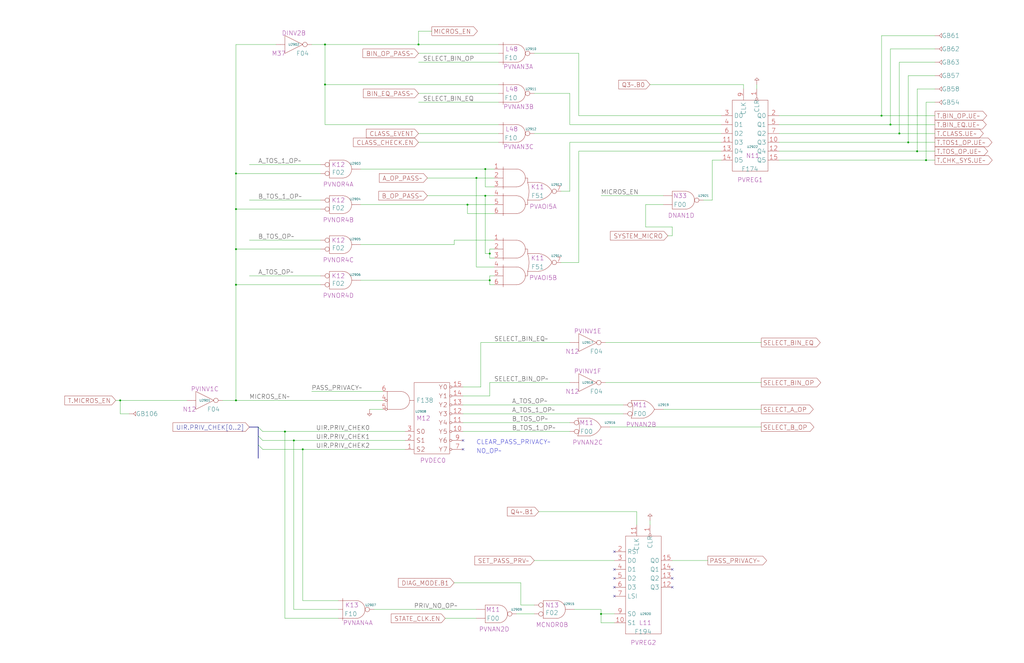
<source format=kicad_sch>
(kicad_sch (version 20220126) (generator eeschema)
  (paper "User" 584.2 378.46)
  (title_block (title "PRIVACY CHECK LOGIC") (date "15-MAR-90") (rev "1.0") (comment 1 "TYPE") (comment 2 "232-003062") (comment 3 "S400") (comment 4 "RELEASED"))
  (lib_symbols
    (symbol "r1000:F00" (pin_numbers hide) (pin_names hide)
      (property "Reference" "U" (at 15.24 0 0))
      (property "Value" "F00" (at 1.905 -5.08 0))
      (property "Location" "___" (at 1.905 0 0))
      (property "Name" "______" (at 2.54 -12.7 0))
      (symbol "F00_0_1"
        (polyline (pts (xy -2.54 -7.62) (xy 5.08 -7.62)) (stroke (width 0.1524)))
        (polyline (pts (xy -2.54 2.54) (xy -2.54 -7.62)) (stroke (width 0.1524)))
        (polyline (pts (xy -2.54 2.54) (xy 5.08 2.54)) (stroke (width 0.1524)))
        (arc (start 5.08 -7.62) (mid 10.1282 -2.54) (end 5.08 2.54) (stroke (width 0.1524)))
        (circle (center 11.43 -2.54) (radius 1.27) (stroke (width 0.1524)))
      )
      (symbol "F00_0_2"
        (circle (center -3.81 -5.08) (radius 1.27) (stroke (width 0.1524)))
        (circle (center -3.81 0) (radius 1.27) (stroke (width 0.1524)))
        (arc (start -3.175 -7.62) (mid -2.134 -2.54) (end -3.175 2.54) (stroke (width 0.1524)))
        (polyline (pts (xy -3.175 -7.62) (xy 3.81 -7.62)) (stroke (width 0.1524)))
        (polyline (pts (xy -3.175 2.54) (xy 3.81 2.54)) (stroke (width 0.1524)))
        (arc (start 3.81 -7.62) (mid 7.5855 -5.8306) (end 10.16 -2.54) (stroke (width 0.1524)))
        (arc (start 10.16 -2.54) (mid 7.5827 0.7471) (end 3.81 2.54) (stroke (width 0.1524)))
      )
      (symbol "F00_1_1"
        (pin input line (at -7.62 0 0) (length 5.08) (name "D0") (number "1"))
        (pin input line (at -7.62 -5.08 0) (length 5.08) (name "D1") (number "2"))
        (pin output line (at 15.24 -2.54 180) (length 2.54) (name "Q") (number "3"))
      )
      (symbol "F00_1_2"
        (pin input line (at -7.62 0 0) (length 2.54) (name "D0") (number "1"))
        (pin input line (at -7.62 -5.08 0) (length 2.54) (name "D1") (number "2"))
        (pin output line (at 15.24 -2.54 180) (length 5.08) (name "Q") (number "3"))
      )
    )
    (symbol "r1000:F02" (pin_numbers hide) (pin_names hide)
      (property "Reference" "U" (at 12.16 0.635 0))
      (property "Value" "F02" (at -1.27 -4.445 0))
      (property "Location" "___" (at 2.54 0 0))
      (property "Name" "______" (at 2.54 -12.7 0))
      (symbol "F02_0_1"
        (arc (start -3.81 -7.62) (mid -2.9847 -2.54) (end -3.81 2.54) (stroke (width 0.1524)))
        (polyline (pts (xy -5.08 -5.08) (xy -3.175 -5.08)) (stroke (width 0.1524)))
        (polyline (pts (xy -5.08 0) (xy -3.175 0)) (stroke (width 0.1524)))
        (polyline (pts (xy -3.81 -7.62) (xy 2.54 -7.62)) (stroke (width 0.1524)))
        (polyline (pts (xy -3.81 2.54) (xy 2.54 2.54)) (stroke (width 0.1524)))
        (polyline (pts (xy 13.97 -2.54) (xy 12.7 -2.54)) (stroke (width 0.1524)))
        (arc (start 2.54 -7.62) (mid 6.9515 -5.9823) (end 10.16 -2.54) (stroke (width 0.1524)))
        (arc (start 10.16 -2.54) (mid 6.9478 0.8966) (end 2.54 2.54) (stroke (width 0.1524)))
        (circle (center 11.43 -2.54) (radius 1.27) (stroke (width 0.1524)))
      )
      (symbol "F02_0_2"
        (circle (center -3.81 -5.08) (radius 1.27) (stroke (width 0.1524)))
        (circle (center -3.81 0) (radius 1.27) (stroke (width 0.1524)))
        (polyline (pts (xy -2.54 -7.62) (xy 5.08 -7.62)) (stroke (width 0.1524)))
        (polyline (pts (xy -2.54 2.54) (xy -2.54 -7.62)) (stroke (width 0.1524)))
        (polyline (pts (xy -2.54 2.54) (xy 5.08 2.54)) (stroke (width 0.1524)))
        (polyline (pts (xy 11.43 -2.54) (xy 10.16 -2.54)) (stroke (width 0.1524)))
        (polyline (pts (xy 11.43 -2.54) (xy 12.7 -2.54)) (stroke (width 0.1524)))
        (arc (start 5.08 -7.62) (mid 10.1282 -2.54) (end 5.08 2.54) (stroke (width 0.1524)))
      )
      (symbol "F02_1_1"
        (pin input line (at -7.62 0 0) (length 2.54) (name "D0") (number "1"))
        (pin input line (at -7.62 -5.08 0) (length 2.54) (name "D1") (number "2"))
        (pin output line (at 15.24 -2.54 180) (length 1.27) (name "Q") (number "3"))
      )
      (symbol "F02_1_2"
        (pin input line (at -7.62 0 0) (length 2.54) (name "D0") (number "1"))
        (pin input line (at -7.62 -5.08 0) (length 2.54) (name "D1") (number "2"))
        (pin output line (at 15.24 -2.54 180) (length 2.54) (name "Q") (number "3"))
      )
    )
    (symbol "r1000:F04" (pin_numbers hide) (pin_names hide)
      (property "Reference" "U" (at 0 0 0))
      (property "Value" "F04" (at 1.27 -5.08 0))
      (property "Location" "___" (at -12.7 -5.08 0))
      (property "Name" "______" (at 0 5.08 0))
      (symbol "F04_0_1"
        (polyline (pts (xy -7.62 0) (xy -5.08 0)) (stroke (width 0.1524)))
        (polyline (pts (xy -5.08 5.08) (xy -5.08 -5.08)) (stroke (width 0.1524)))
        (polyline (pts (xy 5.08 0) (xy -5.08 -5.08)) (stroke (width 0.1524)))
        (polyline (pts (xy 5.08 0) (xy -5.08 5.08)) (stroke (width 0.1524)))
        (circle (center 6.35 0) (radius 1.27) (stroke (width 0.1524)))
      )
      (symbol "F04_1_1"
        (pin input line (at -10.16 0 0) (length 2.54) (name "D0") (number "1"))
        (pin output line (at 10.16 0 180) (length 2.54) (name "Q") (number "2"))
      )
    )
    (symbol "r1000:F10" (pin_numbers hide) (pin_names hide)
      (property "Reference" "U" (at 13.335 0 0))
      (property "Value" "F10" (at 5.715 -5.08 0))
      (property "Location" "___" (at -1.27 0 0))
      (property "Name" "______" (at -2.54 -10.16 0))
      (symbol "F10_0_1"
        (polyline (pts (xy -2.54 -7.62) (xy 5.08 -7.62)) (stroke (width 0.1524)))
        (polyline (pts (xy -2.54 2.54) (xy 5.08 2.54)) (stroke (width 0.1524)))
        (polyline (pts (xy -2.54 3.81) (xy -2.54 -8.89)) (stroke (width 0.1524)))
        (arc (start 5.08 -7.62) (mid 10.1282 -2.54) (end 5.08 2.54) (stroke (width 0.1524)))
        (circle (center 11.43 -2.54) (radius 1.27) (stroke (width 0.1524)))
      )
      (symbol "F10_0_2"
        (circle (center -3.81 -7.62) (radius 1.27) (stroke (width 0.1524)))
        (circle (center -3.81 2.54) (radius 1.27) (stroke (width 0.1524)))
        (circle (center -3.175 -2.54) (radius 1.27) (stroke (width 0.1524)))
        (arc (start -2.54 -7.62) (mid -1.8195 -2.54) (end -2.54 2.54) (stroke (width 0.1524)))
        (polyline (pts (xy -4.445 -2.54) (xy -5.08 -2.54)) (stroke (width 0.1524)))
        (polyline (pts (xy -2.54 -7.62) (xy 5.08 -7.62)) (stroke (width 0.1524)))
        (polyline (pts (xy -2.54 2.54) (xy 5.08 2.54)) (stroke (width 0.1524)))
        (polyline (pts (xy 10.795 -2.54) (xy 12.7 -2.54)) (stroke (width 0.1524)))
        (arc (start 5.08 -7.62) (mid 8.4845 -5.6954) (end 10.795 -2.54) (stroke (width 0.1524)))
        (arc (start 10.795 -2.54) (mid 8.4807 0.6111) (end 5.08 2.54) (stroke (width 0.1524)))
      )
      (symbol "F10_1_1"
        (pin input line (at -5.08 2.54 0) (length 2.54) (name "D0") (number "1"))
        (pin input line (at -5.08 -2.54 0) (length 2.54) (name "D1") (number "2"))
        (pin input line (at -5.08 -7.62 0) (length 2.54) (name "D2") (number "3"))
        (pin output line (at 15.24 -2.54 180) (length 2.54) (name "Q") (number "4"))
      )
      (symbol "F10_1_2"
        (pin input line (at -5.08 2.54 0) (length 0) (name "D0") (number "1"))
        (pin input line (at -5.08 -2.54 0) (length 0) (name "D1") (number "2"))
        (pin input line (at -5.08 -7.62 0) (length 0) (name "D2") (number "3"))
        (pin output line (at 15.24 -2.54 180) (length 2.54) (name "Q") (number "4"))
      )
    )
    (symbol "r1000:F138" (pin_names (offset 1.016) hide)
      (property "Reference" "U" (at 1.27 3.81 0))
      (property "Value" "F138" (at -1.27 10.16 0))
      (property "Location" "___" (at -1.27 0 0))
      (property "Name" "______" (at 8.255 -24.13 0))
      (symbol "F138_0_0"
        (arc (start -10.16 5.08) (mid -6.5679 6.5679) (end -5.08 10.16) (stroke (width 0.1524)))
        (arc (start -5.08 10.16) (mid -6.5679 13.7521) (end -10.16 15.24) (stroke (width 0.1524)))
        (polyline (pts (xy -17.78 5.08) (xy -10.16 5.08)) (stroke (width 0.1524)))
        (polyline (pts (xy -17.78 15.24) (xy -10.16 15.24)) (stroke (width 0.1524)))
      )
      (symbol "F138_0_1"
        (circle (center -18.415 5.08) (radius 0.635) (stroke (width 0.1524)))
        (circle (center -18.415 10.16) (radius 0.635) (stroke (width 0.1524)))
        (rectangle (start -2.54 20.32) (end 17.78 -20.32) (stroke (width 0.1524)))
        (polyline (pts (xy -19.05 15.24) (xy -17.78 15.24)) (stroke (width 0.1524)))
        (polyline (pts (xy -17.78 15.24) (xy -17.78 5.08)) (stroke (width 0.1524)))
        (polyline (pts (xy -2.54 10.16) (xy -5.08 10.16)) (stroke (width 0.1524)))
      )
      (symbol "F138_1_1"
        (circle (center 18.415 -17.78) (radius 0.635))
        (circle (center 18.415 -12.7) (radius 0.635))
        (circle (center 18.415 -7.62) (radius 0.635))
        (circle (center 18.415 -2.54) (radius 0.635))
        (circle (center 18.415 2.54) (radius 0.635))
        (circle (center 18.415 7.62) (radius 0.635))
        (circle (center 18.415 12.7) (radius 0.635))
        (circle (center 18.415 17.78) (radius 0.635))
        (text "0" (at 2.54 -7.62 0) (effects (font (size 2.54 2.54))))
        (text "0" (at 15.24 17.78 0) (effects (font (size 2.54 2.54))))
        (text "1" (at 2.54 -12.7 0) (effects (font (size 2.54 2.54))))
        (text "1" (at 15.24 12.7 0) (effects (font (size 2.54 2.54))))
        (text "2" (at 2.54 -17.78 0) (effects (font (size 2.54 2.54))))
        (text "2" (at 15.24 7.62 0) (effects (font (size 2.54 2.54))))
        (text "3" (at 15.24 2.54 0) (effects (font (size 2.54 2.54))))
        (text "4" (at 15.24 -2.54 0) (effects (font (size 2.54 2.54))))
        (text "5" (at 15.24 -7.62 0) (effects (font (size 2.54 2.54))))
        (text "6" (at 15.24 -12.7 0) (effects (font (size 2.54 2.54))))
        (text "7" (at 15.24 -17.78 0) (effects (font (size 2.54 2.54))))
        (text "S" (at 0 -17.78 0) (effects (font (size 2.54 2.54))))
        (text "S" (at 0 -12.7 0) (effects (font (size 2.54 2.54))))
        (text "S" (at 0 -7.62 0) (effects (font (size 2.54 2.54))))
        (text "Y" (at 12.7 -17.78 0) (effects (font (size 2.54 2.54))))
        (text "Y" (at 12.7 -12.7 0) (effects (font (size 2.54 2.54))))
        (text "Y" (at 12.7 -7.62 0) (effects (font (size 2.54 2.54))))
        (text "Y" (at 12.7 -2.54 0) (effects (font (size 2.54 2.54))))
        (text "Y" (at 12.7 2.54 0) (effects (font (size 2.54 2.54))))
        (text "Y" (at 12.7 7.62 0) (effects (font (size 2.54 2.54))))
        (text "Y" (at 12.7 12.7 0) (effects (font (size 2.54 2.54))))
        (text "Y" (at 12.7 17.78 0) (effects (font (size 2.54 2.54))))
        (pin input line (at -7.62 -17.78 0) (length 5.08) (name "S2") (number "1"))
        (pin output line (at 25.4 -7.62 180) (length 6.35) (name "Y5_") (number "10"))
        (pin output line (at 25.4 -2.54 180) (length 6.35) (name "Y4_") (number "11"))
        (pin output line (at 25.4 2.54 180) (length 6.35) (name "Y3_") (number "12"))
        (pin output line (at 25.4 7.62 180) (length 6.35) (name "Y2_") (number "13"))
        (pin output line (at 25.4 12.7 180) (length 6.35) (name "Y1_") (number "14"))
        (pin output line (at 25.4 17.78 180) (length 6.35) (name "Y0_") (number "15"))
        (pin input line (at -7.62 -12.7 0) (length 5.08) (name "S1") (number "2"))
        (pin input line (at -7.62 -7.62 0) (length 5.08) (name "S0") (number "3"))
        (pin input line (at -20.32 10.16 0) (length 1.27) (name "D1") (number "4"))
        (pin input line (at -20.32 5.08 0) (length 1.27) (name "D2") (number "5"))
        (pin input line (at -20.32 15.24 0) (length 1.27) (name "D0") (number "6"))
        (pin output line (at 25.4 -17.78 180) (length 6.35) (name "Y7_") (number "7"))
        (pin output line (at 25.4 -12.7 180) (length 6.35) (name "Y6_") (number "9"))
      )
    )
    (symbol "r1000:F174" (pin_names (offset 1.016))
      (property "Reference" "U" (at 2.54 5.08 0))
      (property "Value" "F174" (at -3.81 -7.62 0))
      (property "Location" "___" (at -1.27 0 0))
      (property "Name" "______" (at 1.27 -15.24 0))
      (symbol "F174_1_1"
        (rectangle (start -8.89 31.75) (end 11.43 -8.89))
        (circle (center 5.08 32.385) (radius 0.635))
        (pin input line (at 5.08 38.1 270) (length 5.08) (name "CLR") (number "1"))
        (pin output line (at 17.78 7.62 180) (length 6.35) (name "Q3") (number "10"))
        (pin input line (at -15.24 7.62 0) (length 6.35) (name "D3") (number "11"))
        (pin output line (at 17.78 2.54 180) (length 6.35) (name "Q4") (number "12"))
        (pin input line (at -15.24 2.54 0) (length 6.35) (name "D4") (number "13"))
        (pin input line (at -15.24 -2.54 0) (length 6.35) (name "D5") (number "14"))
        (pin output line (at 17.78 -2.54 180) (length 6.35) (name "Q5") (number "15"))
        (pin output line (at 17.78 22.86 180) (length 6.35) (name "Q0") (number "2"))
        (pin input line (at -15.24 22.86 0) (length 6.35) (name "D0") (number "3"))
        (pin input line (at -15.24 17.78 0) (length 6.35) (name "D1") (number "4"))
        (pin output line (at 17.78 17.78 180) (length 6.35) (name "Q1") (number "5"))
        (pin input line (at -15.24 12.7 0) (length 6.35) (name "D2") (number "6"))
        (pin output line (at 17.78 12.7 180) (length 6.35) (name "Q2") (number "7"))
        (pin input line (at -2.54 38.1 270) (length 6.35) (name "CLK") (number "9"))
      )
    )
    (symbol "r1000:F194" (pin_names (offset 1.016))
      (property "Reference" "U" (at 2.54 5.08 0))
      (property "Value" "F194" (at -3.81 -5.08 0))
      (property "Location" "___" (at -1.27 0 0))
      (property "Name" "______" (at 1.27 -12.7 0))
      (symbol "F194_1_1"
        (rectangle (start -8.89 49.53) (end 11.43 -6.35))
        (circle (center 5.08 50.165) (radius 0.635))
        (pin input line (at 5.08 55.88 270) (length 5.08) (name "CLR") (number "1"))
        (pin input line (at -15.24 0 0) (length 6.35) (name "S1") (number "10"))
        (pin input line (at -2.54 55.88 270) (length 6.35) (name "CLK") (number "11"))
        (pin output line (at 17.78 20.32 180) (length 6.35) (name "Q3") (number "12"))
        (pin output line (at 17.78 25.4 180) (length 6.35) (name "Q2") (number "13"))
        (pin output line (at 17.78 30.48 180) (length 6.35) (name "Q1") (number "14"))
        (pin output line (at 17.78 35.56 180) (length 6.35) (name "Q0") (number "15"))
        (pin input line (at -15.24 40.64 0) (length 6.35) (name "RSI") (number "2"))
        (pin input line (at -15.24 35.56 0) (length 6.35) (name "D0") (number "3"))
        (pin input line (at -15.24 30.48 0) (length 6.35) (name "D1") (number "4"))
        (pin input line (at -15.24 25.4 0) (length 6.35) (name "D2") (number "5"))
        (pin input line (at -15.24 20.32 0) (length 6.35) (name "D3") (number "6"))
        (pin input line (at -15.24 15.24 0) (length 6.35) (name "LSI") (number "7"))
        (pin input line (at -15.24 5.08 0) (length 6.35) (name "S0") (number "9"))
      )
    )
    (symbol "r1000:F51" (pin_names hide)
      (property "Reference" "U" (at 12.7 1.27 0))
      (property "Value" "F51" (at 1.905 -5.08 0))
      (property "Location" "___" (at 1.905 0 0))
      (property "Name" "______" (at 5.08 -12.7 0))
      (symbol "F51_0_0"
        (arc (start -10.16 -15.24) (mid -6.5679 -13.7521) (end -5.08 -10.16) (stroke (width 0.1524)))
        (arc (start -10.16 0) (mid -6.5679 1.4879) (end -5.08 5.08) (stroke (width 0.1524)))
        (arc (start -5.08 -10.16) (mid -6.5679 -6.5679) (end -10.16 -5.08) (stroke (width 0.1524)))
        (arc (start -5.08 5.08) (mid -6.5679 8.6721) (end -10.16 10.16) (stroke (width 0.1524)))
        (arc (start -3.8173 -7.62) (mid -2.9926 -2.54) (end -3.8173 2.54) (stroke (width 0.1524)))
        (polyline (pts (xy -20.32 -15.24) (xy -17.78 -15.24)) (stroke (width 0.1524)))
        (polyline (pts (xy -20.32 -10.16) (xy -17.78 -10.16)) (stroke (width 0.1524)))
        (polyline (pts (xy -20.32 -5.08) (xy -17.78 -5.08)) (stroke (width 0.1524)))
        (polyline (pts (xy -20.32 0) (xy -17.78 0)) (stroke (width 0.1524)))
        (polyline (pts (xy -20.32 5.08) (xy -17.78 5.08)) (stroke (width 0.1524)))
        (polyline (pts (xy -20.32 10.16) (xy -17.78 10.16)) (stroke (width 0.1524)))
        (polyline (pts (xy -17.78 -3.81) (xy -17.78 -16.51)) (stroke (width 0.1524)))
        (polyline (pts (xy -17.78 11.43) (xy -17.78 -1.27)) (stroke (width 0.1524)))
        (polyline (pts (xy -10.16 -15.24) (xy -17.78 -15.24)) (stroke (width 0.1524)))
        (polyline (pts (xy -10.16 -5.08) (xy -17.78 -5.08)) (stroke (width 0.1524)))
        (polyline (pts (xy -10.16 0) (xy -17.78 0)) (stroke (width 0.1524)))
        (polyline (pts (xy -10.16 10.16) (xy -17.78 10.16)) (stroke (width 0.1524)))
        (polyline (pts (xy -3.81 -7.62) (xy 2.54 -7.62)) (stroke (width 0.1524)))
        (polyline (pts (xy -3.81 2.54) (xy 2.54 2.54)) (stroke (width 0.1524)))
        (polyline (pts (xy -5.08 -10.16) (xy -3.81 -10.16) (xy -3.81 -7.62)) (stroke (width 0.1524)))
        (polyline (pts (xy -5.08 5.08) (xy -3.81 5.08) (xy -3.81 2.54)) (stroke (width 0.1524)))
        (arc (start 2.54 -7.62) (mid 6.9504 -5.9805) (end 10.16 -2.54) (stroke (width 0.1524)))
        (arc (start 10.16 -2.54) (mid 6.9516 0.9024) (end 2.54 2.54) (stroke (width 0.1524)))
        (circle (center 11.43 -2.54) (radius 1.27) (stroke (width 0.1524)))
      )
      (symbol "F51_1_1"
        (pin input line (at -22.86 10.16 0) (length 2.54) (name "A1") (number "1"))
        (pin input line (at -22.86 5.08 0) (length 2.54) (name "A2") (number "2"))
        (pin input line (at -22.86 0 0) (length 2.54) (name "A3") (number "3"))
        (pin input line (at -22.86 -5.08 0) (length 2.54) (name "B1") (number "4"))
        (pin input line (at -22.86 -10.16 0) (length 2.54) (name "B2") (number "5"))
        (pin input line (at -22.86 -15.24 0) (length 2.54) (name "B3") (number "6"))
        (pin output line (at 15.24 -2.54 180) (length 2.54) (name "Q") (number "7"))
      )
    )
    (symbol "r1000:GB" (pin_numbers hide) (pin_names (offset 0) hide)
      (property "Reference" "GB" (at 3.81 0 0))
      (symbol "GB_0_1"
        (polyline (pts (xy 2.54 0) (xy 3.81 1.27) (xy 3.81 -1.27) (xy 2.54 0)) (stroke (width 0.1524)))
      )
      (symbol "GB_1_1"
        (pin bidirectional line (at 0 0 0) (length 2.54) (name "") (number "1"))
      )
    )
    (symbol "r1000:PD" (power) (pin_numbers hide) (pin_names hide) (in_bom no)
      (symbol "PD_0_1"
        (polyline (pts (xy 0 -2.54) (xy 1.27 -2.54) (xy 0 -3.81) (xy -1.27 -2.54) (xy 0 -2.54)) (stroke (width 0.1524)))
      )
      (symbol "PD_1_1"
        (pin power_in line (at 0 0 270) (length 2.54) (name "PD") (number "1"))
      )
    )
    (symbol "r1000:PU" (power) (pin_numbers hide) (pin_names hide)
      (symbol "PU_0_1"
        (polyline (pts (xy 0 2.54) (xy -1.27 2.54) (xy 0 3.81) (xy 1.27 2.54) (xy 0 2.54)) (stroke (width 0.1524)))
      )
      (symbol "PU_1_1"
        (pin power_in line (at 0 0 90) (length 2.54) (name "PU") (number "1"))
      )
    )
  )
  (bus (pts (xy 142.24 243.84) (xy 147.32 243.84)))
  (bus (pts (xy 147.32 243.84) (xy 147.32 248.92)))
  (bus (pts (xy 147.32 248.92) (xy 147.32 254)))
  (bus (pts (xy 147.32 254) (xy 147.32 261.62)))
  (wire (pts (xy 127 228.6) (xy 134.62 228.6)))
  (wire (pts (xy 134.62 119.38) (xy 134.62 142.24)))
  (wire (pts (xy 134.62 119.38) (xy 182.88 119.38)))
  (wire (pts (xy 134.62 142.24) (xy 134.62 162.56)))
  (wire (pts (xy 134.62 142.24) (xy 182.88 142.24)))
  (wire (pts (xy 134.62 162.56) (xy 134.62 228.6)))
  (wire (pts (xy 134.62 162.56) (xy 182.88 162.56)))
  (wire (pts (xy 134.62 228.6) (xy 218.44 228.6)))
  (wire (pts (xy 134.62 25.4) (xy 134.62 99.06)))
  (wire (pts (xy 134.62 99.06) (xy 134.62 119.38)))
  (wire (pts (xy 134.62 99.06) (xy 182.88 99.06)))
  (wire (pts (xy 142.24 114.3) (xy 182.88 114.3)))
  (wire (pts (xy 142.24 137.16) (xy 182.88 137.16)))
  (wire (pts (xy 142.24 157.48) (xy 182.88 157.48)))
  (wire (pts (xy 142.24 93.98) (xy 182.88 93.98)))
  (wire (pts (xy 149.86 246.38) (xy 162.56 246.38)))
  (wire (pts (xy 149.86 251.46) (xy 167.64 251.46)))
  (wire (pts (xy 149.86 256.54) (xy 172.72 256.54)))
  (wire (pts (xy 157.48 25.4) (xy 134.62 25.4)))
  (wire (pts (xy 162.56 246.38) (xy 162.56 353.06)))
  (wire (pts (xy 162.56 246.38) (xy 231.14 246.38)))
  (wire (pts (xy 162.56 353.06) (xy 193.04 353.06)))
  (wire (pts (xy 167.64 251.46) (xy 167.64 347.98)))
  (wire (pts (xy 167.64 251.46) (xy 231.14 251.46)))
  (wire (pts (xy 167.64 347.98) (xy 193.04 347.98)))
  (wire (pts (xy 172.72 256.54) (xy 172.72 342.9)))
  (wire (pts (xy 172.72 256.54) (xy 231.14 256.54)))
  (wire (pts (xy 172.72 342.9) (xy 193.04 342.9)))
  (wire (pts (xy 177.8 223.52) (xy 218.44 223.52)))
  (wire (pts (xy 177.8 25.4) (xy 185.42 25.4)))
  (wire (pts (xy 185.42 25.4) (xy 238.76 25.4)))
  (wire (pts (xy 185.42 48.26) (xy 185.42 25.4)))
  (wire (pts (xy 185.42 48.26) (xy 284.48 48.26)))
  (wire (pts (xy 185.42 71.12) (xy 185.42 48.26)))
  (wire (pts (xy 205.74 116.84) (xy 266.7 116.84)))
  (wire (pts (xy 205.74 160.02) (xy 279.4 160.02)))
  (wire (pts (xy 205.74 96.52) (xy 276.86 96.52)))
  (wire (pts (xy 210.82 233.68) (xy 218.44 233.68)))
  (wire (pts (xy 213.36 347.98) (xy 271.78 347.98)))
  (wire (pts (xy 238.76 17.78) (xy 238.76 25.4)))
  (wire (pts (xy 238.76 25.4) (xy 284.48 25.4)))
  (wire (pts (xy 238.76 30.48) (xy 284.48 30.48)))
  (wire (pts (xy 238.76 35.56) (xy 284.48 35.56)))
  (wire (pts (xy 238.76 53.34) (xy 284.48 53.34)))
  (wire (pts (xy 238.76 58.42) (xy 284.48 58.42)))
  (wire (pts (xy 238.76 76.2) (xy 284.48 76.2)))
  (wire (pts (xy 238.76 81.28) (xy 284.48 81.28)))
  (wire (pts (xy 243.84 101.6) (xy 271.78 101.6)))
  (wire (pts (xy 243.84 111.76) (xy 276.86 111.76)))
  (wire (pts (xy 246.38 17.78) (xy 238.76 17.78)))
  (wire (pts (xy 254 353.06) (xy 271.78 353.06)))
  (wire (pts (xy 259.08 137.16) (xy 259.08 139.7)))
  (wire (pts (xy 259.08 137.16) (xy 281.94 137.16)))
  (wire (pts (xy 259.08 139.7) (xy 205.74 139.7)))
  (wire (pts (xy 264.16 220.98) (xy 274.32 220.98)))
  (wire (pts (xy 264.16 226.06) (xy 279.4 226.06)))
  (wire (pts (xy 264.16 231.14) (xy 355.6 231.14)))
  (wire (pts (xy 264.16 236.22) (xy 355.6 236.22)))
  (wire (pts (xy 264.16 241.3) (xy 325.12 241.3)))
  (wire (pts (xy 264.16 246.38) (xy 325.12 246.38)))
  (wire (pts (xy 266.7 116.84) (xy 281.94 116.84)))
  (wire (pts (xy 266.7 121.92) (xy 266.7 116.84)))
  (wire (pts (xy 271.78 101.6) (xy 271.78 152.4)))
  (wire (pts (xy 271.78 101.6) (xy 281.94 101.6)))
  (wire (pts (xy 274.32 195.58) (xy 325.12 195.58)))
  (wire (pts (xy 274.32 220.98) (xy 274.32 195.58)))
  (wire (pts (xy 276.86 106.68) (xy 276.86 96.52)))
  (wire (pts (xy 276.86 111.76) (xy 276.86 144.78)))
  (wire (pts (xy 276.86 111.76) (xy 281.94 111.76)))
  (wire (pts (xy 276.86 96.52) (xy 281.94 96.52)))
  (wire (pts (xy 279.4 142.24) (xy 281.94 142.24)))
  (wire (pts (xy 279.4 144.78) (xy 276.86 144.78)))
  (wire (pts (xy 279.4 144.78) (xy 279.4 142.24)))
  (wire (pts (xy 279.4 147.32) (xy 279.4 144.78)))
  (wire (pts (xy 279.4 157.48) (xy 281.94 157.48)))
  (wire (pts (xy 279.4 160.02) (xy 279.4 157.48)))
  (wire (pts (xy 279.4 162.56) (xy 279.4 160.02)))
  (wire (pts (xy 279.4 218.44) (xy 325.12 218.44)))
  (wire (pts (xy 279.4 226.06) (xy 279.4 218.44)))
  (wire (pts (xy 281.94 106.68) (xy 276.86 106.68)))
  (wire (pts (xy 281.94 121.92) (xy 266.7 121.92)))
  (wire (pts (xy 281.94 147.32) (xy 279.4 147.32)))
  (wire (pts (xy 281.94 152.4) (xy 271.78 152.4)))
  (wire (pts (xy 281.94 162.56) (xy 279.4 162.56)))
  (wire (pts (xy 284.48 71.12) (xy 185.42 71.12)))
  (wire (pts (xy 294.64 350.52) (xy 304.8 350.52)))
  (wire (pts (xy 297.18 332.74) (xy 259.08 332.74)))
  (wire (pts (xy 297.18 345.44) (xy 297.18 332.74)))
  (wire (pts (xy 304.8 30.48) (xy 330.2 30.48)))
  (wire (pts (xy 304.8 320.04) (xy 350.52 320.04)))
  (wire (pts (xy 304.8 345.44) (xy 297.18 345.44)))
  (wire (pts (xy 304.8 53.34) (xy 325.12 53.34)))
  (wire (pts (xy 304.8 76.2) (xy 411.48 76.2)))
  (wire (pts (xy 320.04 109.22) (xy 325.12 109.22)))
  (wire (pts (xy 325.12 109.22) (xy 325.12 81.28)))
  (wire (pts (xy 325.12 53.34) (xy 325.12 71.12)))
  (wire (pts (xy 325.12 71.12) (xy 411.48 71.12)))
  (wire (pts (xy 325.12 81.28) (xy 411.48 81.28)))
  (wire (pts (xy 330.2 149.86) (xy 320.04 149.86)))
  (wire (pts (xy 330.2 30.48) (xy 330.2 66.04)))
  (wire (pts (xy 330.2 66.04) (xy 411.48 66.04)))
  (wire (pts (xy 330.2 86.36) (xy 330.2 149.86)))
  (wire (pts (xy 342.9 111.76) (xy 378.46 111.76)))
  (wire (pts (xy 342.9 347.98) (xy 327.66 347.98)))
  (wire (pts (xy 342.9 350.52) (xy 342.9 347.98)))
  (wire (pts (xy 342.9 355.6) (xy 342.9 350.52)))
  (wire (pts (xy 345.44 195.58) (xy 434.34 195.58)))
  (wire (pts (xy 345.44 218.44) (xy 434.34 218.44)))
  (wire (pts (xy 347.98 243.84) (xy 434.34 243.84)))
  (wire (pts (xy 350.52 350.52) (xy 342.9 350.52)))
  (wire (pts (xy 350.52 355.6) (xy 342.9 355.6)))
  (wire (pts (xy 363.22 292.1) (xy 307.34 292.1)))
  (wire (pts (xy 363.22 299.72) (xy 363.22 292.1)))
  (wire (pts (xy 368.3 116.84) (xy 378.46 116.84)))
  (wire (pts (xy 368.3 129.54) (xy 368.3 116.84)))
  (wire (pts (xy 370.84 297.18) (xy 370.84 299.72)))
  (wire (pts (xy 370.84 48.26) (xy 424.18 48.26)))
  (wire (pts (xy 378.46 233.68) (xy 434.34 233.68)))
  (wire (pts (xy 381 134.62) (xy 383.54 134.62)))
  (wire (pts (xy 383.54 129.54) (xy 368.3 129.54)))
  (wire (pts (xy 383.54 134.62) (xy 383.54 129.54)))
  (wire (pts (xy 383.54 320.04) (xy 403.86 320.04)))
  (wire (pts (xy 401.32 114.3) (xy 406.4 114.3)))
  (wire (pts (xy 406.4 91.44) (xy 406.4 114.3)))
  (wire (pts (xy 411.48 86.36) (xy 330.2 86.36)))
  (wire (pts (xy 411.48 91.44) (xy 406.4 91.44)))
  (wire (pts (xy 424.18 50.8) (xy 424.18 48.26)))
  (wire (pts (xy 431.8 48.26) (xy 431.8 50.8)))
  (wire (pts (xy 444.5 66.04) (xy 502.92 66.04)))
  (wire (pts (xy 444.5 71.12) (xy 508 71.12)))
  (wire (pts (xy 444.5 76.2) (xy 513.08 76.2)))
  (wire (pts (xy 444.5 81.28) (xy 518.16 81.28)))
  (wire (pts (xy 444.5 86.36) (xy 523.24 86.36)))
  (wire (pts (xy 444.5 91.44) (xy 528.32 91.44)))
  (wire (pts (xy 502.92 20.32) (xy 502.92 66.04)))
  (wire (pts (xy 502.92 66.04) (xy 533.4 66.04)))
  (wire (pts (xy 508 27.94) (xy 508 71.12)))
  (wire (pts (xy 508 71.12) (xy 533.4 71.12)))
  (wire (pts (xy 513.08 35.56) (xy 513.08 76.2)))
  (wire (pts (xy 513.08 76.2) (xy 533.4 76.2)))
  (wire (pts (xy 518.16 43.18) (xy 518.16 81.28)))
  (wire (pts (xy 518.16 81.28) (xy 533.4 81.28)))
  (wire (pts (xy 523.24 50.8) (xy 523.24 86.36)))
  (wire (pts (xy 523.24 86.36) (xy 533.4 86.36)))
  (wire (pts (xy 528.32 58.42) (xy 528.32 91.44)))
  (wire (pts (xy 528.32 91.44) (xy 533.4 91.44)))
  (wire (pts (xy 533.4 20.32) (xy 502.92 20.32)))
  (wire (pts (xy 533.4 27.94) (xy 508 27.94)))
  (wire (pts (xy 533.4 35.56) (xy 513.08 35.56)))
  (wire (pts (xy 533.4 43.18) (xy 518.16 43.18)))
  (wire (pts (xy 533.4 50.8) (xy 523.24 50.8)))
  (wire (pts (xy 533.4 58.42) (xy 528.32 58.42)))
  (wire (pts (xy 66.04 228.6) (xy 68.58 228.6)))
  (wire (pts (xy 68.58 228.6) (xy 106.68 228.6)))
  (wire (pts (xy 68.58 236.22) (xy 68.58 228.6)))
  (wire (pts (xy 73.66 236.22) (xy 68.58 236.22)))
  (global_label "T.MICROS_EN" (shape input) (at 66.04 228.6 180) (effects (font (size 2.54 2.54))) (property "Intersheet References" "${INTERSHEET_REFS}" (at 36.9026 228.4413 0) (effects (font (size 1.905 1.905)) (justify right))))
  (junction (at 68.58 228.6))
  (symbol (lib_id "r1000:GB") (at 73.66 236.22 0) (unit 1)
    (property "Reference" "GB106" (at 77.47 236.22 0) (effects (font (size 2.54 2.54)) (justify left)))
    (property "Value" "GB" (effects hide))
  )
  (symbol (lib_id "r1000:F04") (at 116.84 228.6 0) (unit 1)
    (property "Reference" "U2901" (at 116.84 228.6 0))
    (property "Value" "F04" (at 118.11 233.68 0) (effects (font (size 2.54 2.54)) (justify left)))
    (property "Location" "N12" (at 104.14 233.68 0) (effects (font (size 2.54 2.54)) (justify left)))
    (property "Name" "PVINV1C" (at 116.84 223.52 0) (effects (font (size 2.54 2.54)) (justify bottom)))
  )
  (junction (at 134.62 99.06))
  (junction (at 134.62 119.38))
  (junction (at 134.62 142.24))
  (junction (at 134.62 162.56))
  (junction (at 134.62 228.6))
  (label "MICROS_EN~" (at 142.24 228.6 0) (effects (font (size 2.54 2.54))))
  (global_label "UIR.PRIV_CHEK[0..2]" (shape input) (at 142.24 243.84 180) (effects (font (size 2.54 2.54))) (property "Intersheet References" "${INTERSHEET_REFS}" (at 98.7092 243.6813 0) (effects (font (size 1.905 1.905)) (justify right))))
  (label "A_TOS_1_OP~" (at 147.32 93.98 0) (effects (font (size 2.54 2.54))))
  (label "B_TOS_1_OP~" (at 147.32 114.3 0) (effects (font (size 2.54 2.54))))
  (label "B_TOS_OP~" (at 147.32 137.16 0) (effects (font (size 2.54 2.54))))
  (label "A_TOS_OP~" (at 147.32 157.48 0) (effects (font (size 2.54 2.54))))
  (bus_entry (at 147.32 243.84) (size 2.54 2.54))
  (bus_entry (at 147.32 248.92) (size 2.54 2.54))
  (bus_entry (at 147.32 254) (size 2.54 2.54))
  (junction (at 162.56 246.38))
  (symbol (lib_id "r1000:F04") (at 167.64 25.4 0) (unit 1)
    (property "Reference" "U2902" (at 167.64 25.4 0))
    (property "Value" "F04" (at 168.91 30.48 0) (effects (font (size 2.54 2.54)) (justify left)))
    (property "Location" "M37" (at 154.94 30.48 0) (effects (font (size 2.54 2.54)) (justify left)))
    (property "Name" "DINV2B" (at 167.64 20.32 0) (effects (font (size 2.54 2.54)) (justify bottom)))
  )
  (junction (at 167.64 251.46))
  (junction (at 172.72 256.54))
  (label "PASS_PRIVACY~" (at 177.8 223.52 0) (effects (font (size 2.54 2.54))))
  (label "UIR.PRIV_CHEK0" (at 180.34 246.38 0) (effects (font (size 2.54 2.54))))
  (label "UIR.PRIV_CHEK1" (at 180.34 251.46 0) (effects (font (size 2.54 2.54))))
  (label "UIR.PRIV_CHEK2" (at 180.34 256.54 0) (effects (font (size 2.54 2.54))))
  (junction (at 185.42 25.4))
  (junction (at 185.42 48.26))
  (symbol (lib_id "r1000:F02") (at 190.5 93.98 0) (unit 1) (convert 2)
    (property "Reference" "U2903" (at 202.66 93.345 0))
    (property "Value" "F02" (at 189.23 98.425 0) (effects (font (size 2.54 2.54)) (justify left)))
    (property "Location" "K12" (at 193.04 93.98 0) (effects (font (size 2.54 2.54))))
    (property "Name" "PVNOR4A" (at 193.04 106.68 0) (effects (font (size 2.54 2.54)) (justify bottom)))
  )
  (symbol (lib_id "r1000:F02") (at 190.5 114.3 0) (unit 1) (convert 2)
    (property "Reference" "U2904" (at 202.66 113.665 0))
    (property "Value" "F02" (at 189.23 118.745 0) (effects (font (size 2.54 2.54)) (justify left)))
    (property "Location" "K12" (at 193.04 114.3 0) (effects (font (size 2.54 2.54))))
    (property "Name" "PVNOR4B" (at 193.04 127 0) (effects (font (size 2.54 2.54)) (justify bottom)))
  )
  (symbol (lib_id "r1000:F02") (at 190.5 137.16 0) (unit 1) (convert 2)
    (property "Reference" "U2905" (at 202.66 136.525 0))
    (property "Value" "F02" (at 189.23 141.605 0) (effects (font (size 2.54 2.54)) (justify left)))
    (property "Location" "K12" (at 193.04 137.16 0) (effects (font (size 2.54 2.54))))
    (property "Name" "PVNOR4C" (at 193.04 149.86 0) (effects (font (size 2.54 2.54)) (justify bottom)))
  )
  (symbol (lib_id "r1000:F02") (at 190.5 157.48 0) (unit 1) (convert 2)
    (property "Reference" "U2906" (at 202.66 156.845 0))
    (property "Value" "F02" (at 189.23 161.925 0) (effects (font (size 2.54 2.54)) (justify left)))
    (property "Location" "K12" (at 193.04 157.48 0) (effects (font (size 2.54 2.54))))
    (property "Name" "PVNOR4D" (at 193.04 170.18 0) (effects (font (size 2.54 2.54)) (justify bottom)))
  )
  (symbol (lib_id "r1000:F10") (at 198.12 345.44 0) (unit 1)
    (property "Reference" "U2907" (at 211.455 345.44 0))
    (property "Value" "F10" (at 203.835 350.52 0) (effects (font (size 2.54 2.54)) (justify right)))
    (property "Location" "K13" (at 196.85 345.44 0) (effects (font (size 2.54 2.54)) (justify left)))
    (property "Name" "PVNAN4A" (at 195.58 355.6 0) (effects (font (size 2.54 2.54)) (justify left)))
  )
  (symbol (lib_id "r1000:PD") (at 210.82 233.68 0) (unit 1) (in_bom no)
    (property "Reference" "#PWR02901" (effects hide))
    (property "Value" "PD" (effects hide))
  )
  (label "PRIV_NO_OP~" (at 236.22 347.98 0) (effects (font (size 2.54 2.54))))
  (junction (at 238.76 25.4))
  (global_label "BIN_OP_PASS~" (shape input) (at 238.76 30.48 180) (effects (font (size 2.54 2.54))) (property "Intersheet References" "${INTERSHEET_REFS}" (at 207.0826 30.3213 0) (effects (font (size 1.905 1.905)) (justify right))))
  (global_label "BIN_EQ_PASS~" (shape input) (at 238.76 53.34 180) (effects (font (size 2.54 2.54))) (property "Intersheet References" "${INTERSHEET_REFS}" (at 207.3245 53.1813 0) (effects (font (size 1.905 1.905)) (justify right))))
  (global_label "CLASS_EVENT" (shape input) (at 238.76 76.2 180) (effects (font (size 2.54 2.54))) (property "Intersheet References" "${INTERSHEET_REFS}" (at 209.0178 76.0413 0) (effects (font (size 1.905 1.905)) (justify right))))
  (global_label "CLASS_CHECK.EN" (shape input) (at 238.76 81.28 180) (effects (font (size 2.54 2.54))) (property "Intersheet References" "${INTERSHEET_REFS}" (at 201.6397 81.1213 0) (effects (font (size 1.905 1.905)) (justify right))))
  (symbol (lib_id "r1000:F138") (at 238.76 238.76 0) (unit 1)
    (property "Reference" "U2908" (at 240.03 234.95 0))
    (property "Value" "F138" (at 237.49 228.6 0) (effects (font (size 2.54 2.54)) (justify left)))
    (property "Location" "M12" (at 237.49 238.76 0) (effects (font (size 2.54 2.54)) (justify left)))
    (property "Name" "PVDEC0" (at 247.015 262.89 0) (effects (font (size 2.54 2.54))))
  )
  (label "SELECT_BIN_OP" (at 241.3 35.56 0) (effects (font (size 2.54 2.54))))
  (label "SELECT_BIN_EQ" (at 241.3 58.42 0) (effects (font (size 2.54 2.54))))
  (global_label "A_OP_PASS~" (shape input) (at 243.84 101.6 180) (effects (font (size 2.54 2.54))) (property "Intersheet References" "${INTERSHEET_REFS}" (at 216.3959 101.4413 0) (effects (font (size 1.905 1.905)) (justify right))))
  (global_label "B_OP_PASS~" (shape input) (at 243.84 111.76 180) (effects (font (size 2.54 2.54))) (property "Intersheet References" "${INTERSHEET_REFS}" (at 216.033 111.6013 0) (effects (font (size 1.905 1.905)) (justify right))))
  (global_label "MICROS_EN" (shape output) (at 246.38 17.78 0) (effects (font (size 2.54 2.54))) (property "Intersheet References" "${INTERSHEET_REFS}" (at 272.3727 17.6213 0) (effects (font (size 1.905 1.905)) (justify left))))
  (global_label "STATE_CLK.EN" (shape input) (at 254 353.06 180) (effects (font (size 2.54 2.54))) (property "Intersheet References" "${INTERSHEET_REFS}" (at 223.1692 352.9013 0) (effects (font (size 1.905 1.905)) (justify right))))
  (global_label "DIAG_MODE.B1" (shape input) (at 259.08 332.74 180) (effects (font (size 2.54 2.54))) (property "Intersheet References" "${INTERSHEET_REFS}" (at 227.2816 332.5813 0) (effects (font (size 1.905 1.905)) (justify right))))
  (no_connect (at 264.16 251.46))
  (no_connect (at 264.16 256.54))
  (junction (at 266.7 116.84))
  (junction (at 271.78 101.6))
  (text "CLEAR_PASS_PRIVACY~\n" (at 271.78 254 0) (effects (font (size 2.54 2.54)) (justify left bottom)))
  (text "NO_OP~" (at 271.78 259.08 0) (effects (font (size 2.54 2.54)) (justify left bottom)))
  (junction (at 276.86 96.52))
  (junction (at 276.86 111.76))
  (junction (at 279.4 144.78))
  (junction (at 279.4 160.02))
  (symbol (lib_id "r1000:F00") (at 279.4 347.98 0) (unit 1)
    (property "Reference" "U2909" (at 294.64 347.98 0))
    (property "Value" "F00" (at 281.305 353.06 0) (effects (font (size 2.54 2.54))))
    (property "Location" "M11" (at 281.305 347.98 0) (effects (font (size 2.54 2.54))))
    (property "Name" "PVNAN2D" (at 281.94 360.68 0) (effects (font (size 2.54 2.54)) (justify bottom)))
  )
  (label "SELECT_BIN_EQ~" (at 281.94 195.58 0) (effects (font (size 2.54 2.54))))
  (label "SELECT_BIN_OP~" (at 281.94 218.44 0) (effects (font (size 2.54 2.54))))
  (symbol (lib_id "r1000:F10") (at 289.56 27.94 0) (unit 1)
    (property "Reference" "U2910" (at 302.895 27.94 0))
    (property "Value" "F10" (at 295.275 33.02 0) (effects (font (size 2.54 2.54)) (justify right)))
    (property "Location" "L48" (at 288.29 27.94 0) (effects (font (size 2.54 2.54)) (justify left)))
    (property "Name" "PVNAN3A" (at 287.02 38.1 0) (effects (font (size 2.54 2.54)) (justify left)))
  )
  (symbol (lib_id "r1000:F10") (at 289.56 50.8 0) (unit 1)
    (property "Reference" "U2911" (at 302.895 50.8 0))
    (property "Value" "F10" (at 295.275 55.88 0) (effects (font (size 2.54 2.54)) (justify right)))
    (property "Location" "L48" (at 288.29 50.8 0) (effects (font (size 2.54 2.54)) (justify left)))
    (property "Name" "PVNAN3B" (at 287.02 60.96 0) (effects (font (size 2.54 2.54)) (justify left)))
  )
  (symbol (lib_id "r1000:F10") (at 289.56 73.66 0) (unit 1)
    (property "Reference" "U2912" (at 302.895 73.66 0))
    (property "Value" "F10" (at 295.275 78.74 0) (effects (font (size 2.54 2.54)) (justify right)))
    (property "Location" "L48" (at 288.29 73.66 0) (effects (font (size 2.54 2.54)) (justify left)))
    (property "Name" "PVNAN3C" (at 287.02 83.82 0) (effects (font (size 2.54 2.54)) (justify left)))
  )
  (label "A_TOS_OP~" (at 292.1 231.14 0) (effects (font (size 2.54 2.54))))
  (label "A_TOS_1_OP~" (at 292.1 236.22 0) (effects (font (size 2.54 2.54))))
  (label "B_TOS_OP~" (at 292.1 241.3 0) (effects (font (size 2.54 2.54))))
  (label "B_TOS_1_OP~" (at 292.1 246.38 0) (effects (font (size 2.54 2.54))))
  (symbol (lib_id "r1000:F51") (at 304.8 106.68 0) (unit 1)
    (property "Reference" "U2913" (at 317.5 105.41 0))
    (property "Value" "F51" (at 306.705 111.76 0) (effects (font (size 2.54 2.54))))
    (property "Location" "K11" (at 306.705 106.68 0) (effects (font (size 2.54 2.54))))
    (property "Name" "PVAOI5A" (at 309.88 119.38 0) (effects (font (size 2.54 2.54)) (justify bottom)))
  )
  (symbol (lib_id "r1000:F51") (at 304.8 147.32 0) (unit 1)
    (property "Reference" "U2914" (at 317.5 146.05 0))
    (property "Value" "F51" (at 306.705 152.4 0) (effects (font (size 2.54 2.54))))
    (property "Location" "K11" (at 306.705 147.32 0) (effects (font (size 2.54 2.54))))
    (property "Name" "PVAOI5B" (at 309.88 160.02 0) (effects (font (size 2.54 2.54)) (justify bottom)))
  )
  (global_label "SET_PASS_PRV~" (shape input) (at 304.8 320.04 180) (effects (font (size 2.54 2.54))) (property "Intersheet References" "${INTERSHEET_REFS}" (at 270.8245 319.8813 0) (effects (font (size 1.905 1.905)) (justify right))))
  (global_label "Q4~.B1" (shape input) (at 307.34 292.1 180) (effects (font (size 2.54 2.54))) (property "Intersheet References" "${INTERSHEET_REFS}" (at 289.4511 291.9413 0) (effects (font (size 1.905 1.905)) (justify right))))
  (symbol (lib_id "r1000:F02") (at 312.42 345.44 0) (unit 1) (convert 2)
    (property "Reference" "U2915" (at 324.58 344.805 0))
    (property "Value" "F02" (at 311.15 349.885 0) (effects (font (size 2.54 2.54)) (justify left)))
    (property "Location" "N13" (at 314.96 345.44 0) (effects (font (size 2.54 2.54))))
    (property "Name" "MCNOR0B" (at 314.96 358.14 0) (effects (font (size 2.54 2.54)) (justify bottom)))
  )
  (symbol (lib_id "r1000:F00") (at 332.74 241.3 0) (unit 1) (convert 2)
    (property "Reference" "U2916" (at 347.98 241.3 0))
    (property "Value" "F00" (at 334.645 246.38 0) (effects (font (size 2.54 2.54))))
    (property "Location" "M11" (at 334.645 241.3 0) (effects (font (size 2.54 2.54))))
    (property "Name" "PVNAN2C" (at 335.28 254 0) (effects (font (size 2.54 2.54)) (justify bottom)))
  )
  (symbol (lib_id "r1000:F04") (at 335.28 195.58 0) (unit 1)
    (property "Reference" "U2917" (at 335.28 195.58 0))
    (property "Value" "F04" (at 336.55 200.66 0) (effects (font (size 2.54 2.54)) (justify left)))
    (property "Location" "N12" (at 322.58 200.66 0) (effects (font (size 2.54 2.54)) (justify left)))
    (property "Name" "PVINV1E" (at 335.28 190.5 0) (effects (font (size 2.54 2.54)) (justify bottom)))
  )
  (symbol (lib_id "r1000:F04") (at 335.28 218.44 0) (unit 1)
    (property "Reference" "U2918" (at 335.28 218.44 0))
    (property "Value" "F04" (at 336.55 223.52 0) (effects (font (size 2.54 2.54)) (justify left)))
    (property "Location" "N12" (at 322.58 223.52 0) (effects (font (size 2.54 2.54)) (justify left)))
    (property "Name" "PVINV1F" (at 335.28 213.36 0) (effects (font (size 2.54 2.54)) (justify bottom)))
  )
  (label "MICROS_EN" (at 342.9 111.76 0) (effects (font (size 2.54 2.54))))
  (junction (at 342.9 350.52))
  (no_connect (at 350.52 314.96))
  (no_connect (at 350.52 325.12))
  (no_connect (at 350.52 330.2))
  (no_connect (at 350.52 335.28))
  (no_connect (at 350.52 340.36))
  (symbol (lib_id "r1000:F00") (at 363.22 231.14 0) (unit 1) (convert 2)
    (property "Reference" "U2919" (at 378.46 231.14 0))
    (property "Value" "F00" (at 365.125 236.22 0) (effects (font (size 2.54 2.54))))
    (property "Location" "M11" (at 365.125 231.14 0) (effects (font (size 2.54 2.54))))
    (property "Name" "PVNAN2B" (at 365.76 243.84 0) (effects (font (size 2.54 2.54)) (justify bottom)))
  )
  (symbol (lib_id "r1000:F194") (at 365.76 355.6 0) (unit 1)
    (property "Reference" "U2920" (at 368.3 350.52 0))
    (property "Value" "F194" (at 361.95 360.68 0) (effects (font (size 2.54 2.54)) (justify left)))
    (property "Location" "L11" (at 364.49 355.6 0) (effects (font (size 2.54 2.54)) (justify left)))
    (property "Name" "PVREG2" (at 367.03 368.3 0) (effects (font (size 2.54 2.54)) (justify bottom)))
  )
  (global_label "Q3~.B0" (shape input) (at 370.84 48.26 180) (effects (font (size 2.54 2.54))) (property "Intersheet References" "${INTERSHEET_REFS}" (at 352.9511 48.1013 0) (effects (font (size 1.905 1.905)) (justify right))))
  (symbol (lib_id "r1000:PU") (at 370.84 297.18 0) (unit 1)
    (property "Reference" "#PWR02902" (effects hide))
    (property "Value" "PU" (effects hide))
  )
  (global_label "SYSTEM_MICRO" (shape input) (at 381 134.62 180) (effects (font (size 2.54 2.54))) (property "Intersheet References" "${INTERSHEET_REFS}" (at 348.234 134.4613 0) (effects (font (size 1.905 1.905)) (justify right))))
  (no_connect (at 383.54 325.12))
  (no_connect (at 383.54 330.2))
  (no_connect (at 383.54 335.28))
  (symbol (lib_id "r1000:F00") (at 386.08 111.76 0) (unit 1)
    (property "Reference" "U2921" (at 401.32 111.76 0))
    (property "Value" "F00" (at 387.985 116.84 0) (effects (font (size 2.54 2.54))))
    (property "Location" "N33" (at 387.985 111.76 0) (effects (font (size 2.54 2.54))))
    (property "Name" "DNAN1D" (at 388.62 124.46 0) (effects (font (size 2.54 2.54)) (justify bottom)))
  )
  (global_label "PASS_PRIVACY~" (shape output) (at 403.86 320.04 0) (effects (font (size 2.54 2.54))) (property "Intersheet References" "${INTERSHEET_REFS}" (at 437.3517 319.8813 0) (effects (font (size 1.905 1.905)) (justify left))))
  (symbol (lib_id "r1000:F174") (at 426.72 88.9 0) (unit 1)
    (property "Reference" "U2922" (at 429.26 83.82 0))
    (property "Value" "F174" (at 422.91 96.52 0) (effects (font (size 2.54 2.54)) (justify left)))
    (property "Location" "N11" (at 425.45 88.9 0) (effects (font (size 2.54 2.54)) (justify left)))
    (property "Name" "PVREG1" (at 427.99 104.14 0) (effects (font (size 2.54 2.54)) (justify bottom)))
  )
  (symbol (lib_id "r1000:PU") (at 431.8 48.26 0) (unit 1)
    (property "Reference" "#PWR02903" (effects hide))
    (property "Value" "PU" (effects hide))
  )
  (global_label "SELECT_BIN_EQ" (shape output) (at 434.34 195.58 0) (effects (font (size 2.54 2.54))) (property "Intersheet References" "${INTERSHEET_REFS}" (at 467.9527 195.4213 0) (effects (font (size 1.905 1.905)) (justify left))))
  (global_label "SELECT_BIN_OP" (shape output) (at 434.34 218.44 0) (effects (font (size 2.54 2.54))) (property "Intersheet References" "${INTERSHEET_REFS}" (at 468.1946 218.2813 0) (effects (font (size 1.905 1.905)) (justify left))))
  (global_label "SELECT_A_OP" (shape output) (at 434.34 233.68 0) (effects (font (size 2.54 2.54))) (property "Intersheet References" "${INTERSHEET_REFS}" (at 463.9612 233.5213 0) (effects (font (size 1.905 1.905)) (justify left))))
  (global_label "SELECT_B_OP" (shape output) (at 434.34 243.84 0) (effects (font (size 2.54 2.54))) (property "Intersheet References" "${INTERSHEET_REFS}" (at 464.3241 243.6813 0) (effects (font (size 1.905 1.905)) (justify left))))
  (junction (at 502.92 66.04))
  (junction (at 508 71.12))
  (junction (at 513.08 76.2))
  (junction (at 518.16 81.28))
  (junction (at 523.24 86.36))
  (junction (at 528.32 91.44))
  (symbol (lib_id "r1000:GB") (at 533.4 20.32 0) (unit 1)
    (property "Reference" "GB61" (at 537.21 20.32 0) (effects (font (size 2.54 2.54)) (justify left)))
    (property "Value" "GB" (effects hide))
  )
  (symbol (lib_id "r1000:GB") (at 533.4 27.94 0) (unit 1)
    (property "Reference" "GB62" (at 537.21 27.94 0) (effects (font (size 2.54 2.54)) (justify left)))
    (property "Value" "GB" (effects hide))
  )
  (symbol (lib_id "r1000:GB") (at 533.4 35.56 0) (unit 1)
    (property "Reference" "GB63" (at 537.21 35.56 0) (effects (font (size 2.54 2.54)) (justify left)))
    (property "Value" "GB" (effects hide))
  )
  (symbol (lib_id "r1000:GB") (at 533.4 43.18 0) (unit 1)
    (property "Reference" "GB57" (at 537.21 43.18 0) (effects (font (size 2.54 2.54)) (justify left)))
    (property "Value" "GB" (effects hide))
  )
  (symbol (lib_id "r1000:GB") (at 533.4 50.8 0) (unit 1)
    (property "Reference" "GB58" (at 537.21 50.8 0) (effects (font (size 2.54 2.54)) (justify left)))
    (property "Value" "GB" (effects hide))
  )
  (symbol (lib_id "r1000:GB") (at 533.4 58.42 0) (unit 1)
    (property "Reference" "GB54" (at 537.21 58.42 0) (effects (font (size 2.54 2.54)) (justify left)))
    (property "Value" "GB" (effects hide))
  )
  (global_label "T.BIN_OP.UE~" (shape output) (at 533.4 66.04 0) (effects (font (size 2.54 2.54))) (property "Intersheet References" "${INTERSHEET_REFS}" (at 562.9003 65.8813 0) (effects (font (size 1.905 1.905)) (justify left))))
  (global_label "T.BIN_EQ.UE~" (shape output) (at 533.4 71.12 0) (effects (font (size 2.54 2.54))) (property "Intersheet References" "${INTERSHEET_REFS}" (at 562.6584 70.9613 0) (effects (font (size 1.905 1.905)) (justify left))))
  (global_label "T.CLASS.UE~" (shape output) (at 533.4 76.2 0) (effects (font (size 2.54 2.54))) (property "Intersheet References" "${INTERSHEET_REFS}" (at 560.965 76.0413 0) (effects (font (size 1.905 1.905)) (justify left))))
  (global_label "T.TOS1_OP.UE~" (shape output) (at 533.4 81.28 0) (effects (font (size 2.54 2.54))) (property "Intersheet References" "${INTERSHEET_REFS}" (at 565.9241 81.1213 0) (effects (font (size 1.905 1.905)) (justify left))))
  (global_label "T.TOS_OP.UE~" (shape output) (at 533.4 86.36 0) (effects (font (size 2.54 2.54))) (property "Intersheet References" "${INTERSHEET_REFS}" (at 563.505 86.2013 0) (effects (font (size 1.905 1.905)) (justify left))))
  (global_label "T.CHK_SYS.UE~" (shape output) (at 533.4 91.44 0) (effects (font (size 2.54 2.54))) (property "Intersheet References" "${INTERSHEET_REFS}" (at 566.045 91.2813 0) (effects (font (size 1.905 1.905)) (justify left))))
)
</source>
